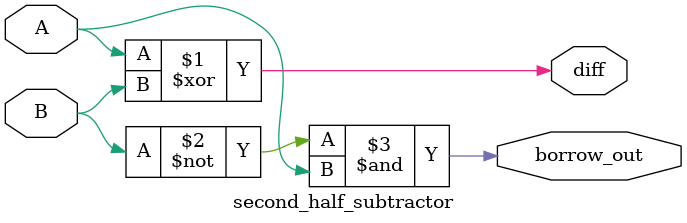
<source format=v>
`timescale 1ns / 1ps


module second_half_subtractor(
    input A, B,
	output diff, borrow_out
    );
    
    assign diff = A ^ B;
    assign borrow_out = ~B & A;
    
endmodule

</source>
